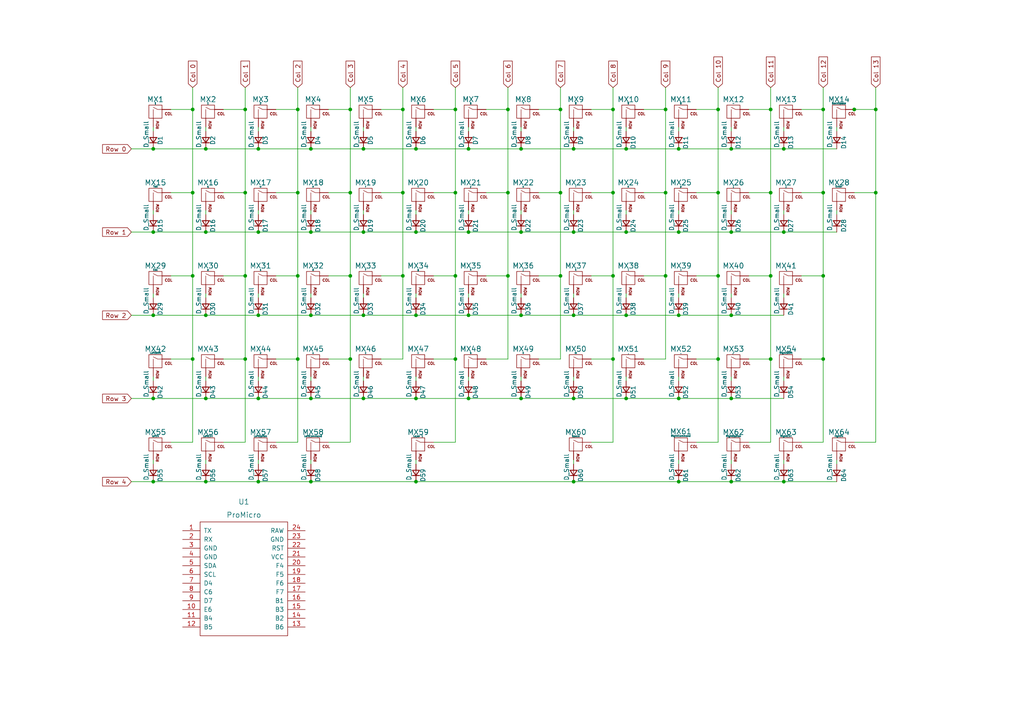
<source format=kicad_sch>
(kicad_sch (version 20211123) (generator eeschema)
  (paper "A4")
  (junction (at 223.52 55.88))
  (junction (at 101.6 104.14))
  (junction (at 105.41 91.44))
  (junction (at 105.41 67.31))
  (junction (at 212.09 139.7))
  (junction (at 208.28 104.14))
  (junction (at 120.65 91.44))
  (junction (at 238.76 55.88))
  (junction (at 101.6 55.88))
  (junction (at 55.88 80.01))
  (junction (at 193.04 55.88))
  (junction (at 147.32 80.01))
  (junction (at 90.17 139.7))
  (junction (at 101.6 80.01))
  (junction (at 90.17 91.44))
  (junction (at 74.93 115.57))
  (junction (at 135.89 43.18))
  (junction (at 238.76 80.01))
  (junction (at 120.65 67.31))
  (junction (at 212.09 43.18))
  (junction (at 132.08 80.01))
  (junction (at 223.52 80.01))
  (junction (at 208.28 80.01))
  (junction (at 147.32 31.75))
  (junction (at 151.13 67.31))
  (junction (at 86.36 31.75))
  (junction (at 86.36 80.01))
  (junction (at 90.17 43.18))
  (junction (at 212.09 91.44))
  (junction (at 120.65 43.18))
  (junction (at 181.61 67.31))
  (junction (at 196.85 91.44))
  (junction (at 196.85 139.7))
  (junction (at 223.52 31.75))
  (junction (at 71.12 80.01))
  (junction (at 59.69 139.7))
  (junction (at 166.37 139.7))
  (junction (at 132.08 104.14))
  (junction (at 193.04 80.01))
  (junction (at 147.32 55.88))
  (junction (at 44.45 139.7))
  (junction (at 44.45 115.57))
  (junction (at 59.69 43.18))
  (junction (at 166.37 67.31))
  (junction (at 116.84 80.01))
  (junction (at 223.52 104.14))
  (junction (at 162.56 80.01))
  (junction (at 116.84 55.88))
  (junction (at 196.85 115.57))
  (junction (at 177.8 31.75))
  (junction (at 74.93 139.7))
  (junction (at 55.88 55.88))
  (junction (at 196.85 67.31))
  (junction (at 116.84 31.75))
  (junction (at 166.37 43.18))
  (junction (at 86.36 104.14))
  (junction (at 151.13 91.44))
  (junction (at 177.8 55.88))
  (junction (at 193.04 31.75))
  (junction (at 105.41 43.18))
  (junction (at 254 31.75))
  (junction (at 105.41 115.57))
  (junction (at 196.85 43.18))
  (junction (at 135.89 67.31))
  (junction (at 120.65 139.7))
  (junction (at 162.56 31.75))
  (junction (at 120.65 115.57))
  (junction (at 59.69 115.57))
  (junction (at 135.89 115.57))
  (junction (at 254 55.88))
  (junction (at 44.45 67.31))
  (junction (at 212.09 67.31))
  (junction (at 166.37 115.57))
  (junction (at 238.76 104.14))
  (junction (at 74.93 67.31))
  (junction (at 227.33 67.31))
  (junction (at 44.45 91.44))
  (junction (at 55.88 31.75))
  (junction (at 181.61 115.57))
  (junction (at 151.13 115.57))
  (junction (at 86.36 55.88))
  (junction (at 132.08 55.88))
  (junction (at 181.61 91.44))
  (junction (at 181.61 43.18))
  (junction (at 71.12 104.14))
  (junction (at 135.89 91.44))
  (junction (at 177.8 104.14))
  (junction (at 162.56 55.88))
  (junction (at 44.45 43.18))
  (junction (at 177.8 80.01))
  (junction (at 59.69 91.44))
  (junction (at 132.08 31.75))
  (junction (at 74.93 91.44))
  (junction (at 227.33 139.7))
  (junction (at 55.88 104.14))
  (junction (at 71.12 55.88))
  (junction (at 90.17 67.31))
  (junction (at 238.76 31.75))
  (junction (at 166.37 91.44))
  (junction (at 227.33 43.18))
  (junction (at 247.777 31.75))
  (junction (at 101.6 31.75))
  (junction (at 208.28 31.75))
  (junction (at 90.17 115.57))
  (junction (at 151.13 43.18))
  (junction (at 71.12 31.75))
  (junction (at 74.93 43.18))
  (junction (at 208.28 55.88))
  (junction (at 59.69 67.31))
  (junction (at 212.09 115.57))
  (wire (pts (xy 116.84 104.14) (xy 110.49 104.14)))
  (wire (pts (xy 38.1 91.44) (xy 44.45 91.44)))
  (wire (pts (xy 44.45 91.44) (xy 59.69 91.44)))
  (wire (pts (xy 44.45 60.96) (xy 44.45 62.23)))
  (wire (pts (xy 177.8 80.01) (xy 177.8 104.14)))
  (wire (pts (xy 151.13 43.18) (xy 166.37 43.18)))
  (wire (pts (xy 120.65 43.18) (xy 135.89 43.18)))
  (wire (pts (xy 196.85 139.7) (xy 212.09 139.7)))
  (wire (pts (xy 151.13 91.44) (xy 166.37 91.44)))
  (wire (pts (xy 212.09 139.7) (xy 227.33 139.7)))
  (wire (pts (xy 90.17 67.31) (xy 105.41 67.31)))
  (wire (pts (xy 151.13 115.57) (xy 166.37 115.57)))
  (wire (pts (xy 120.65 85.09) (xy 120.65 86.36)))
  (wire (pts (xy 193.04 31.75) (xy 193.04 55.88)))
  (wire (pts (xy 101.6 104.14) (xy 95.25 104.14)))
  (wire (pts (xy 208.28 31.75) (xy 201.93 31.75)))
  (wire (pts (xy 247.777 31.75) (xy 247.65 31.75)))
  (wire (pts (xy 196.85 85.09) (xy 196.85 86.36)))
  (wire (pts (xy 132.08 55.88) (xy 132.08 80.01)))
  (wire (pts (xy 120.65 60.96) (xy 120.65 62.23)))
  (wire (pts (xy 90.17 43.18) (xy 105.41 43.18)))
  (wire (pts (xy 196.85 109.22) (xy 196.85 110.49)))
  (wire (pts (xy 212.09 36.83) (xy 212.09 38.1)))
  (wire (pts (xy 147.32 80.01) (xy 147.32 104.14)))
  (wire (pts (xy 71.12 128.27) (xy 64.77 128.27)))
  (wire (pts (xy 120.65 67.31) (xy 135.89 67.31)))
  (wire (pts (xy 38.1 43.18) (xy 44.45 43.18)))
  (wire (pts (xy 162.56 104.14) (xy 156.21 104.14)))
  (wire (pts (xy 196.85 43.18) (xy 212.09 43.18)))
  (wire (pts (xy 90.17 85.09) (xy 90.17 86.36)))
  (wire (pts (xy 212.09 67.31) (xy 227.33 67.31)))
  (wire (pts (xy 86.36 55.88) (xy 80.01 55.88)))
  (wire (pts (xy 116.84 55.88) (xy 110.49 55.88)))
  (wire (pts (xy 59.69 133.35) (xy 59.69 134.62)))
  (wire (pts (xy 196.85 115.57) (xy 212.09 115.57)))
  (wire (pts (xy 208.28 80.01) (xy 201.93 80.01)))
  (wire (pts (xy 44.45 43.18) (xy 59.69 43.18)))
  (wire (pts (xy 116.84 55.88) (xy 116.84 80.01)))
  (wire (pts (xy 90.17 36.83) (xy 90.17 38.1)))
  (wire (pts (xy 71.12 104.14) (xy 64.77 104.14)))
  (wire (pts (xy 101.6 55.88) (xy 95.25 55.88)))
  (wire (pts (xy 238.76 31.75) (xy 232.41 31.75)))
  (wire (pts (xy 227.33 85.09) (xy 227.33 86.36)))
  (wire (pts (xy 254 25.4) (xy 254 31.75)))
  (wire (pts (xy 238.76 25.4) (xy 238.76 31.75)))
  (wire (pts (xy 193.04 31.75) (xy 186.69 31.75)))
  (wire (pts (xy 135.89 91.44) (xy 151.13 91.44)))
  (wire (pts (xy 177.8 104.14) (xy 177.8 128.27)))
  (wire (pts (xy 55.88 55.88) (xy 49.53 55.88)))
  (wire (pts (xy 223.52 80.01) (xy 223.52 104.14)))
  (wire (pts (xy 116.84 31.75) (xy 116.84 55.88)))
  (wire (pts (xy 166.37 36.83) (xy 166.37 38.1)))
  (wire (pts (xy 162.56 31.75) (xy 156.21 31.75)))
  (wire (pts (xy 135.89 85.09) (xy 135.89 86.36)))
  (wire (pts (xy 227.33 133.35) (xy 227.33 134.62)))
  (wire (pts (xy 55.88 80.01) (xy 55.88 104.14)))
  (wire (pts (xy 162.56 31.75) (xy 162.56 55.88)))
  (wire (pts (xy 242.697 36.83) (xy 242.697 38.1)))
  (wire (pts (xy 208.28 55.88) (xy 201.93 55.88)))
  (wire (pts (xy 44.45 133.35) (xy 44.45 134.62)))
  (wire (pts (xy 132.08 80.01) (xy 132.08 104.14)))
  (wire (pts (xy 181.61 109.22) (xy 181.61 110.49)))
  (wire (pts (xy 147.32 80.01) (xy 140.97 80.01)))
  (wire (pts (xy 208.28 25.4) (xy 208.28 31.75)))
  (wire (pts (xy 120.65 91.44) (xy 135.89 91.44)))
  (wire (pts (xy 166.37 67.31) (xy 181.61 67.31)))
  (wire (pts (xy 208.28 128.27) (xy 201.93 128.27)))
  (wire (pts (xy 90.17 133.35) (xy 90.17 134.62)))
  (wire (pts (xy 105.41 115.57) (xy 120.65 115.57)))
  (wire (pts (xy 55.88 128.27) (xy 49.53 128.27)))
  (wire (pts (xy 44.45 109.22) (xy 44.45 110.49)))
  (wire (pts (xy 177.8 104.14) (xy 171.45 104.14)))
  (wire (pts (xy 166.37 139.7) (xy 196.85 139.7)))
  (wire (pts (xy 212.09 109.22) (xy 212.09 110.49)))
  (wire (pts (xy 105.41 91.44) (xy 120.65 91.44)))
  (wire (pts (xy 59.69 115.57) (xy 74.93 115.57)))
  (wire (pts (xy 59.69 36.83) (xy 59.69 38.1)))
  (wire (pts (xy 181.61 67.31) (xy 196.85 67.31)))
  (wire (pts (xy 101.6 31.75) (xy 101.6 55.88)))
  (wire (pts (xy 71.12 31.75) (xy 71.12 55.88)))
  (wire (pts (xy 227.33 67.31) (xy 242.697 67.31)))
  (wire (pts (xy 116.84 25.4) (xy 116.84 31.75)))
  (wire (pts (xy 120.65 109.22) (xy 120.65 110.49)))
  (wire (pts (xy 151.13 67.31) (xy 166.37 67.31)))
  (wire (pts (xy 44.45 115.57) (xy 59.69 115.57)))
  (wire (pts (xy 177.8 25.4) (xy 177.8 31.75)))
  (wire (pts (xy 86.36 128.27) (xy 80.01 128.27)))
  (wire (pts (xy 116.84 80.01) (xy 116.84 104.14)))
  (wire (pts (xy 44.45 139.7) (xy 59.69 139.7)))
  (wire (pts (xy 74.93 43.18) (xy 90.17 43.18)))
  (wire (pts (xy 105.41 43.18) (xy 120.65 43.18)))
  (wire (pts (xy 238.76 104.14) (xy 238.76 128.27)))
  (wire (pts (xy 212.09 115.57) (xy 227.33 115.57)))
  (wire (pts (xy 116.84 31.75) (xy 110.49 31.75)))
  (wire (pts (xy 74.93 91.44) (xy 90.17 91.44)))
  (wire (pts (xy 223.52 55.88) (xy 223.52 80.01)))
  (wire (pts (xy 132.08 128.27) (xy 125.73 128.27)))
  (wire (pts (xy 55.88 55.88) (xy 55.88 80.01)))
  (wire (pts (xy 135.89 36.83) (xy 135.89 38.1)))
  (wire (pts (xy 86.36 31.75) (xy 80.01 31.75)))
  (wire (pts (xy 101.6 25.4) (xy 101.6 31.75)))
  (wire (pts (xy 208.28 80.01) (xy 208.28 104.14)))
  (wire (pts (xy 223.52 80.01) (xy 217.17 80.01)))
  (wire (pts (xy 212.09 43.18) (xy 227.33 43.18)))
  (wire (pts (xy 105.41 67.31) (xy 120.65 67.31)))
  (wire (pts (xy 254 31.75) (xy 247.777 31.75)))
  (wire (pts (xy 59.69 43.18) (xy 74.93 43.18)))
  (wire (pts (xy 120.65 115.57) (xy 135.89 115.57)))
  (wire (pts (xy 59.69 109.22) (xy 59.69 110.49)))
  (wire (pts (xy 238.76 55.88) (xy 232.41 55.88)))
  (wire (pts (xy 59.69 139.7) (xy 74.93 139.7)))
  (wire (pts (xy 227.33 139.7) (xy 242.697 139.7)))
  (wire (pts (xy 38.1 67.31) (xy 44.45 67.31)))
  (wire (pts (xy 86.36 55.88) (xy 86.36 80.01)))
  (wire (pts (xy 55.88 80.01) (xy 49.53 80.01)))
  (wire (pts (xy 44.45 85.09) (xy 44.45 86.36)))
  (wire (pts (xy 196.85 60.96) (xy 196.85 62.23)))
  (wire (pts (xy 101.6 55.88) (xy 101.6 80.01)))
  (wire (pts (xy 181.61 85.09) (xy 181.61 86.36)))
  (wire (pts (xy 223.52 55.88) (xy 217.17 55.88)))
  (wire (pts (xy 151.13 60.96) (xy 151.13 62.23)))
  (wire (pts (xy 105.41 36.83) (xy 105.41 38.1)))
  (wire (pts (xy 74.93 67.31) (xy 90.17 67.31)))
  (wire (pts (xy 71.12 104.14) (xy 71.12 128.27)))
  (wire (pts (xy 71.12 55.88) (xy 64.77 55.88)))
  (wire (pts (xy 132.08 55.88) (xy 125.73 55.88)))
  (wire (pts (xy 254 128.27) (xy 247.777 128.27)))
  (wire (pts (xy 181.61 36.83) (xy 181.61 38.1)))
  (wire (pts (xy 44.45 67.31) (xy 59.69 67.31)))
  (wire (pts (xy 86.36 25.4) (xy 86.36 31.75)))
  (wire (pts (xy 86.36 80.01) (xy 80.01 80.01)))
  (wire (pts (xy 227.33 60.96) (xy 227.33 62.23)))
  (wire (pts (xy 208.28 104.14) (xy 201.93 104.14)))
  (wire (pts (xy 193.04 55.88) (xy 186.69 55.88)))
  (wire (pts (xy 59.69 60.96) (xy 59.69 62.23)))
  (wire (pts (xy 223.52 31.75) (xy 217.17 31.75)))
  (wire (pts (xy 227.33 36.83) (xy 227.33 38.1)))
  (wire (pts (xy 132.08 80.01) (xy 125.73 80.01)))
  (wire (pts (xy 59.69 85.09) (xy 59.69 86.36)))
  (wire (pts (xy 71.12 25.4) (xy 71.12 31.75)))
  (wire (pts (xy 59.69 91.44) (xy 74.93 91.44)))
  (wire (pts (xy 238.76 55.88) (xy 238.76 80.01)))
  (wire (pts (xy 193.04 104.14) (xy 186.69 104.14)))
  (wire (pts (xy 238.76 31.75) (xy 238.76 55.88)))
  (wire (pts (xy 101.6 104.14) (xy 101.6 128.27)))
  (wire (pts (xy 55.88 25.4) (xy 55.88 31.75)))
  (wire (pts (xy 132.08 31.75) (xy 125.73 31.75)))
  (wire (pts (xy 55.88 31.75) (xy 49.53 31.75)))
  (wire (pts (xy 166.37 133.35) (xy 166.37 134.62)))
  (wire (pts (xy 254 31.75) (xy 254 55.88)))
  (wire (pts (xy 227.33 109.22) (xy 227.33 110.49)))
  (wire (pts (xy 196.85 133.35) (xy 196.85 134.62)))
  (wire (pts (xy 132.08 104.14) (xy 125.73 104.14)))
  (wire (pts (xy 86.36 31.75) (xy 86.36 55.88)))
  (wire (pts (xy 223.52 128.27) (xy 217.17 128.27)))
  (wire (pts (xy 247.777 55.88) (xy 254 55.88)))
  (wire (pts (xy 132.08 31.75) (xy 132.08 55.88)))
  (wire (pts (xy 90.17 91.44) (xy 105.41 91.44)))
  (wire (pts (xy 162.56 80.01) (xy 156.21 80.01)))
  (wire (pts (xy 74.93 109.22) (xy 74.93 110.49)))
  (wire (pts (xy 181.61 43.18) (xy 196.85 43.18)))
  (wire (pts (xy 71.12 80.01) (xy 64.77 80.01)))
  (wire (pts (xy 242.697 133.35) (xy 242.697 134.62)))
  (wire (pts (xy 166.37 91.44) (xy 181.61 91.44)))
  (wire (pts (xy 166.37 60.96) (xy 166.37 62.23)))
  (wire (pts (xy 74.93 60.96) (xy 74.93 62.23)))
  (wire (pts (xy 227.33 43.18) (xy 242.697 43.18)))
  (wire (pts (xy 177.8 31.75) (xy 171.45 31.75)))
  (wire (pts (xy 166.37 115.57) (xy 181.61 115.57)))
  (wire (pts (xy 193.04 80.01) (xy 193.04 104.14)))
  (wire (pts (xy 135.89 109.22) (xy 135.89 110.49)))
  (wire (pts (xy 101.6 80.01) (xy 95.25 80.01)))
  (wire (pts (xy 223.52 104.14) (xy 223.52 128.27)))
  (wire (pts (xy 181.61 115.57) (xy 196.85 115.57)))
  (wire (pts (xy 212.09 91.44) (xy 227.33 91.44)))
  (wire (pts (xy 132.08 104.14) (xy 132.08 128.27)))
  (wire (pts (xy 238.76 80.01) (xy 232.41 80.01)))
  (wire (pts (xy 86.36 104.14) (xy 80.01 104.14)))
  (wire (pts (xy 193.04 25.4) (xy 193.04 31.75)))
  (wire (pts (xy 71.12 80.01) (xy 71.12 104.14)))
  (wire (pts (xy 147.32 31.75) (xy 140.97 31.75)))
  (wire (pts (xy 208.28 104.14) (xy 208.28 128.27)))
  (wire (pts (xy 238.76 128.27) (xy 232.41 128.27)))
  (wire (pts (xy 90.17 139.7) (xy 120.65 139.7)))
  (wire (pts (xy 135.89 115.57) (xy 151.13 115.57)))
  (wire (pts (xy 162.56 55.88) (xy 156.21 55.88)))
  (wire (pts (xy 132.08 25.4) (xy 132.08 31.75)))
  (wire (pts (xy 86.36 104.14) (xy 86.36 128.27)))
  (wire (pts (xy 44.45 36.83) (xy 44.45 38.1)))
  (wire (pts (xy 147.32 104.14) (xy 140.97 104.14)))
  (wire (pts (xy 120.65 139.7) (xy 166.37 139.7)))
  (wire (pts (xy 212.09 60.96) (xy 212.09 62.23)))
  (wire (pts (xy 147.32 31.75) (xy 147.32 55.88)))
  (wire (pts (xy 151.13 85.09) (xy 151.13 86.36)))
  (wire (pts (xy 177.8 80.01) (xy 171.45 80.01)))
  (wire (pts (xy 74.93 139.7) (xy 90.17 139.7)))
  (wire (pts (xy 101.6 80.01) (xy 101.6 104.14)))
  (wire (pts (xy 193.04 55.88) (xy 193.04 80.01)))
  (wire (pts (xy 147.32 55.88) (xy 147.32 80.01)))
  (wire (pts (xy 74.93 115.57) (xy 90.17 115.57)))
  (wire (pts (xy 120.65 133.35) (xy 120.65 134.62)))
  (wire (pts (xy 223.52 31.75) (xy 223.52 55.88)))
  (wire (pts (xy 208.28 55.88) (xy 208.28 80.01)))
  (wire (pts (xy 166.37 85.09) (xy 166.37 86.36)))
  (wire (pts (xy 223.52 104.14) (xy 217.17 104.14)))
  (wire (pts (xy 90.17 115.57) (xy 105.41 115.57)))
  (wire (pts (xy 38.1 139.7) (xy 44.45 139.7)))
  (wire (pts (xy 38.1 115.57) (xy 44.45 115.57)))
  (wire (pts (xy 71.12 31.75) (xy 64.77 31.75)))
  (wire (pts (xy 116.84 80.01) (xy 110.49 80.01)))
  (wire (pts (xy 166.37 109.22) (xy 166.37 110.49)))
  (wire (pts (xy 74.93 85.09) (xy 74.93 86.36)))
  (wire (pts (xy 151.13 109.22) (xy 151.13 110.49)))
  (wire (pts (xy 208.28 31.75) (xy 208.28 55.88)))
  (wire (pts (xy 196.85 67.31) (xy 212.09 67.31)))
  (wire (pts (xy 177.8 55.88) (xy 171.45 55.88)))
  (wire (pts (xy 177.8 31.75) (xy 177.8 55.88)))
  (wire (pts (xy 238.76 104.14) (xy 232.41 104.14)))
  (wire (pts (xy 254 55.88) (xy 254 128.27)))
  (wire (pts (xy 90.17 60.96) (xy 90.17 62.23)))
  (wire (pts (xy 120.65 36.83) (xy 120.65 38.1)))
  (wire (pts (xy 193.04 80.01) (xy 186.69 80.01)))
  (wire (pts (xy 105.41 109.22) (xy 105.41 110.49)))
  (wire (pts (xy 212.09 133.35) (xy 212.09 134.62)))
  (wire (pts (xy 162.56 80.01) (xy 162.56 104.14)))
  (wire (pts (xy 162.56 25.4) (xy 162.56 31.75)))
  (wire (pts (xy 74.93 133.35) (xy 74.93 134.62)))
  (wire (pts (xy 135.89 60.96) (xy 135.89 62.23)))
  (wire (pts (xy 86.36 80.01) (xy 86.36 104.14)))
  (wire (pts (xy 105.41 60.96) (xy 105.41 62.23)))
  (wire (pts (xy 196.85 91.44) (xy 212.09 91.44)))
  (wire (pts (xy 166.37 43.18) (xy 181.61 43.18)))
  (wire (pts (xy 238.76 80.01) (xy 238.76 104.14)))
  (wire (pts (xy 147.32 25.4) (xy 147.32 31.75)))
  (wire (pts (xy 177.8 55.88) (xy 177.8 80.01)))
  (wire (pts (xy 151.13 36.83) (xy 151.13 38.1)))
  (wire (pts (xy 74.93 36.83) (xy 74.93 38.1)))
  (wire (pts (xy 242.697 60.96) (xy 242.697 62.23)))
  (wire (pts (xy 55.88 104.14) (xy 55.88 128.27)))
  (wire (pts (xy 196.85 36.83) (xy 196.85 38.1)))
  (wire (pts (xy 101.6 128.27) (xy 95.25 128.27)))
  (wire (pts (xy 105.41 85.09) (xy 105.41 86.36)))
  (wire (pts (xy 212.09 85.09) (xy 212.09 86.36)))
  (wire (pts (xy 55.88 31.75) (xy 55.88 55.88)))
  (wire (pts (xy 181.61 91.44) (xy 196.85 91.44)))
  (wire (pts (xy 147.32 55.88) (xy 140.97 55.88)))
  (wire (pts (xy 55.88 104.14) (xy 49.53 104.14)))
  (wire (pts (xy 181.61 60.96) (xy 181.61 62.23)))
  (wire (pts (xy 90.17 109.22) (xy 90.17 110.49)))
  (wire (pts (xy 135.89 67.31) (xy 151.13 67.31)))
  (wire (pts (xy 162.56 55.88) (xy 162.56 80.01)))
  (wire (pts (xy 71.12 55.88) (xy 71.12 80.01)))
  (wire (pts (xy 135.89 43.18) (xy 151.13 43.18)))
  (wire (pts (xy 59.69 67.31) (xy 74.93 67.31)))
  (wire (pts (xy 223.52 25.4) (xy 223.52 31.75)))
  (wire (pts (xy 177.8 128.27) (xy 171.45 128.27)))
  (wire (pts (xy 101.6 31.75) (xy 95.25 31.75)))
  (global_label "Col 9" (shape input) (at 193.04 25.4 90) (property "Intersheet References" "${INTERSHEET_REFS}" (effects hide)))
  (global_label "Col 13" (shape input) (at 254 25.4 90) (property "Intersheet References" "${INTERSHEET_REFS}" (effects hide)))
  (global_label "Row 3" (shape input) (at 38.1 115.57 180) (property "Intersheet References" "${INTERSHEET_REFS}" (effects hide)))
  (global_label "Col 11" (shape input) (at 223.52 25.4 90) (property "Intersheet References" "${INTERSHEET_REFS}" (effects hide)))
  (global_label "Row 1" (shape input) (at 38.1 67.31 180) (property "Intersheet References" "${INTERSHEET_REFS}" (effects hide)))
  (global_label "Row 0" (shape input) (at 38.1 43.18 180) (property "Intersheet References" "${INTERSHEET_REFS}" (effects hide)))
  (global_label "Col 10" (shape input) (at 208.28 25.4 90) (property "Intersheet References" "${INTERSHEET_REFS}" (effects hide)))
  (global_label "Row 4" (shape input) (at 38.1 139.7 180) (property "Intersheet References" "${INTERSHEET_REFS}" (effects hide)))
  (global_label "Col 4" (shape input) (at 116.84 25.4 90) (property "Intersheet References" "${INTERSHEET_REFS}" (effects hide)))
  (global_label "Col 12" (shape input) (at 238.76 25.4 90) (property "Intersheet References" "${INTERSHEET_REFS}" (effects hide)))
  (global_label "Row 2" (shape input) (at 38.1 91.44 180) (property "Intersheet References" "${INTERSHEET_REFS}" (effects hide)))
  (global_label "Col 8" (shape input) (at 177.8 25.4 90) (property "Intersheet References" "${INTERSHEET_REFS}" (effects hide)))
  (global_label "Col 6" (shape input) (at 147.32 25.4 90) (property "Intersheet References" "${INTERSHEET_REFS}" (effects hide)))
  (global_label "Col 5" (shape input) (at 132.08 25.4 90) (property "Intersheet References" "${INTERSHEET_REFS}" (effects hide)))
  (global_label "Col 7" (shape input) (at 162.56 25.4 90) (property "Intersheet References" "${INTERSHEET_REFS}" (effects hide)))
  (global_label "Col 1" (shape input) (at 71.12 25.4 90) (property "Intersheet References" "${INTERSHEET_REFS}" (effects hide)))
  (global_label "Col 2" (shape input) (at 86.36 25.4 90) (property "Intersheet References" "${INTERSHEET_REFS}" (effects hide)))
  (global_label "Col 0" (shape input) (at 55.88 25.4 90) (property "Intersheet References" "${INTERSHEET_REFS}" (effects hide)))
  (global_label "Col 3" (shape input) (at 101.6 25.4 90) (property "Intersheet References" "${INTERSHEET_REFS}" (effects hide)))
  (symbol (lib_id "promicro:ProMicro") (at 70.739 172.974 0) (unit 1)
    (property "Reference" "U1" (at 70.739 145.542 0) (effects (font (size 1.524 1.524))))
    (property "Value" "ProMicro" (at 70.739 149.352 0) (effects (font (size 1.524 1.524))))
    (property "Footprint" "promicro:ProMicro" (effects hide))
  )
  (symbol (lib_id "Device:D_Small") (at 196.85 88.9 90) (unit 1)
    (property "Reference" "D39" (at 198.882 87.63 0) (effects (justify right)))
    (property "Value" "D_Small" (at 194.818 83.312 0) (effects (justify right)))
    (property "Footprint" "Diode_SMD:D_SOD-123" (effects hide))
  )
  (symbol (lib_id "MX_Alps_Hybrid:MX-NoLED") (at 228.6 105.41 0) (unit 1)
    (property "Reference" "MX54" (at 227.965 101.219 0) (effects (font (size 1.524 1.524))))
    (property "Value" "RightShift" (at 227.965 102.362 0) (effects (font (size 0.508 0.508))))
    (property "Footprint" "MX_Only:MXOnly-2.75U-NoLED" (effects hide))
  )
  (symbol (lib_id "MX_Alps_Hybrid:MX-NoLED") (at 91.44 129.54 0) (unit 1)
    (property "Reference" "MX58" (at 90.805 125.349 0) (effects (font (size 1.524 1.524))))
    (property "Value" "LeftCommand" (at 90.805 126.492 0) (effects (font (size 0.508 0.508))))
    (property "Footprint" "MX_Only:MXOnly-1.25U-NoLED" (effects hide))
  )
  (symbol (lib_id "Device:D_Small") (at 44.45 88.9 90) (unit 1)
    (property "Reference" "D29" (at 46.482 87.63 0) (effects (justify right)))
    (property "Value" "D_Small" (at 42.418 83.312 0) (effects (justify right)))
    (property "Footprint" "Diode_SMD:D_SOD-123" (effects hide))
  )
  (symbol (lib_id "MX_Alps_Hybrid:MX-NoLED") (at 167.64 129.54 0) (unit 1)
    (property "Reference" "MX60" (at 167.005 125.349 0) (effects (font (size 1.524 1.524))))
    (property "Value" "Space" (at 167.005 126.492 0) (effects (font (size 0.508 0.508))))
    (property "Footprint" "MX_Only:MXOnly-2.75U-NoLED" (effects hide))
  )
  (symbol (lib_id "MX_Alps_Hybrid:MX-NoLED") (at 228.6 57.15 0) (unit 1)
    (property "Reference" "MX27" (at 227.965 52.959 0) (effects (font (size 1.524 1.524))))
    (property "Value" "]" (at 227.965 54.102 0) (effects (font (size 0.508 0.508))))
    (property "Footprint" "Button_Switch_Keyboard:SW_Cherry_MX_1.00u_PCB" (effects hide))
  )
  (symbol (lib_id "MX_Alps_Hybrid:MX-NoLED") (at 60.96 81.28 0) (unit 1)
    (property "Reference" "MX30" (at 60.325 77.089 0) (effects (font (size 1.524 1.524))))
    (property "Value" "a" (at 60.325 78.232 0) (effects (font (size 0.508 0.508))))
    (property "Footprint" "Button_Switch_Keyboard:SW_Cherry_MX_1.00u_PCB" (effects hide))
  )
  (symbol (lib_id "MX_Alps_Hybrid:MX-NoLED") (at 76.2 81.28 0) (unit 1)
    (property "Reference" "MX31" (at 75.565 77.089 0) (effects (font (size 1.524 1.524))))
    (property "Value" "s" (at 75.565 78.232 0) (effects (font (size 0.508 0.508))))
    (property "Footprint" "Button_Switch_Keyboard:SW_Cherry_MX_1.00u_PCB" (effects hide))
  )
  (symbol (lib_id "MX_Alps_Hybrid:MX-NoLED") (at 106.68 57.15 0) (unit 1)
    (property "Reference" "MX19" (at 106.045 52.959 0) (effects (font (size 1.524 1.524))))
    (property "Value" "r" (at 106.045 54.102 0) (effects (font (size 0.508 0.508))))
    (property "Footprint" "Button_Switch_Keyboard:SW_Cherry_MX_1.00u_PCB" (effects hide))
  )
  (symbol (lib_id "MX_Alps_Hybrid:MX-NoLED") (at 91.44 57.15 0) (unit 1)
    (property "Reference" "MX18" (at 90.805 52.959 0) (effects (font (size 1.524 1.524))))
    (property "Value" "e" (at 90.805 54.102 0) (effects (font (size 0.508 0.508))))
    (property "Footprint" "Button_Switch_Keyboard:SW_Cherry_MX_1.00u_PCB" (effects hide))
  )
  (symbol (lib_id "Device:D_Small") (at 181.61 113.03 90) (unit 1)
    (property "Reference" "D51" (at 183.642 111.76 0) (effects (justify right)))
    (property "Value" "D_Small" (at 179.578 107.442 0) (effects (justify right)))
    (property "Footprint" "Diode_SMD:D_SOD-123" (effects hide))
  )
  (symbol (lib_id "Device:D_Small") (at 196.85 137.16 90) (unit 1)
    (property "Reference" "D61" (at 198.882 135.89 0) (effects (justify right)))
    (property "Value" "D_Small" (at 194.818 131.572 0) (effects (justify right)))
    (property "Footprint" "Diode_SMD:D_SOD-123" (effects hide))
  )
  (symbol (lib_id "Device:D_Small") (at 74.93 40.64 90) (unit 1)
    (property "Reference" "D3" (at 76.962 39.37 0) (effects (justify right)))
    (property "Value" "D_Small" (at 72.898 35.052 0) (effects (justify right)))
    (property "Footprint" "Diode_SMD:D_SOD-123" (effects hide))
  )
  (symbol (lib_id "Device:D_Small") (at 166.37 40.64 90) (unit 1)
    (property "Reference" "D9" (at 168.402 39.37 0) (effects (justify right)))
    (property "Value" "D_Small" (at 164.338 35.052 0) (effects (justify right)))
    (property "Footprint" "Diode_SMD:D_SOD-123" (effects hide))
  )
  (symbol (lib_id "Device:D_Small") (at 74.93 137.16 90) (unit 1)
    (property "Reference" "D57" (at 76.962 135.89 0) (effects (justify right)))
    (property "Value" "D_Small" (at 72.898 131.572 0) (effects (justify right)))
    (property "Footprint" "Diode_SMD:D_SOD-123" (effects hide))
  )
  (symbol (lib_id "MX_Alps_Hybrid:MX-NoLED") (at 91.44 33.02 0) (unit 1)
    (property "Reference" "MX4" (at 90.805 28.829 0) (effects (font (size 1.524 1.524))))
    (property "Value" "3" (at 90.805 29.972 0) (effects (font (size 0.508 0.508))))
    (property "Footprint" "Button_Switch_Keyboard:SW_Cherry_MX_1.00u_PCB" (effects hide))
  )
  (symbol (lib_id "Device:D_Small") (at 166.37 137.16 90) (unit 1)
    (property "Reference" "D60" (at 168.402 135.89 0) (effects (justify right)))
    (property "Value" "D_Small" (at 164.338 131.572 0) (effects (justify right)))
    (property "Footprint" "Diode_SMD:D_SOD-123" (effects hide))
  )
  (symbol (lib_id "MX_Alps_Hybrid:MX-NoLED") (at 182.88 81.28 0) (unit 1)
    (property "Reference" "MX38" (at 182.245 77.089 0) (effects (font (size 1.524 1.524))))
    (property "Value" "l" (at 182.245 78.232 0) (effects (font (size 0.508 0.508))))
    (property "Footprint" "Button_Switch_Keyboard:SW_Cherry_MX_1.00u_PCB" (effects hide))
  )
  (symbol (lib_id "MX_Alps_Hybrid:MX-NoLED") (at 121.92 105.41 0) (unit 1)
    (property "Reference" "MX47" (at 121.285 101.219 0) (effects (font (size 1.524 1.524))))
    (property "Value" "v" (at 121.285 102.362 0) (effects (font (size 0.508 0.508))))
    (property "Footprint" "Button_Switch_Keyboard:SW_Cherry_MX_1.00u_PCB" (effects hide))
  )
  (symbol (lib_id "MX_Alps_Hybrid:MX-NoLED") (at 106.68 105.41 0) (unit 1)
    (property "Reference" "MX46" (at 106.045 101.219 0) (effects (font (size 1.524 1.524))))
    (property "Value" "c" (at 106.045 102.362 0) (effects (font (size 0.508 0.508))))
    (property "Footprint" "Button_Switch_Keyboard:SW_Cherry_MX_1.00u_PCB" (effects hide))
  )
  (symbol (lib_id "Device:D_Small") (at 166.37 64.77 90) (unit 1)
    (property "Reference" "D23" (at 168.402 63.5 0) (effects (justify right)))
    (property "Value" "D_Small" (at 164.338 59.182 0) (effects (justify right)))
    (property "Footprint" "Diode_SMD:D_SOD-123" (effects hide))
  )
  (symbol (lib_id "Device:D_Small") (at 151.13 88.9 90) (unit 1)
    (property "Reference" "D36" (at 153.162 87.63 0) (effects (justify right)))
    (property "Value" "D_Small" (at 149.098 83.312 0) (effects (justify right)))
    (property "Footprint" "Diode_SMD:D_SOD-123" (effects hide))
  )
  (symbol (lib_id "Device:D_Small") (at 90.17 88.9 90) (unit 1)
    (property "Reference" "D32" (at 92.202 87.63 0) (effects (justify right)))
    (property "Value" "D_Small" (at 88.138 83.312 0) (effects (justify right)))
    (property "Footprint" "Diode_SMD:D_SOD-123" (effects hide))
  )
  (symbol (lib_id "MX_Alps_Hybrid:MX-NoLED") (at 213.36 81.28 0) (unit 1)
    (property "Reference" "MX40" (at 212.725 77.089 0) (effects (font (size 1.524 1.524))))
    (property "Value" "'" (at 212.725 78.232 0) (effects (font (size 0.508 0.508))))
    (property "Footprint" "Button_Switch_Keyboard:SW_Cherry_MX_1.00u_PCB" (effects hide))
  )
  (symbol (lib_id "MX_Alps_Hybrid:MX-NoLED") (at 45.72 105.41 0) (unit 1)
    (property "Reference" "MX42" (at 45.085 101.219 0) (effects (font (size 1.524 1.524))))
    (property "Value" "LeftShift" (at 45.085 102.362 0) (effects (font (size 0.508 0.508))))
    (property "Footprint" "MX_Only:MXOnly-1.25U-NoLED" (effects hide))
  )
  (symbol (lib_id "MX_Alps_Hybrid:MX-NoLED") (at 121.92 81.28 0) (unit 1)
    (property "Reference" "MX34" (at 121.285 77.089 0) (effects (font (size 1.524 1.524))))
    (property "Value" "g" (at 121.285 78.232 0) (effects (font (size 0.508 0.508))))
    (property "Footprint" "Button_Switch_Keyboard:SW_Cherry_MX_1.00u_PCB" (effects hide))
  )
  (symbol (lib_id "MX_Alps_Hybrid:MX-NoLED") (at 45.72 33.02 0) (unit 1)
    (property "Reference" "MX1" (at 45.085 28.829 0) (effects (font (size 1.524 1.524))))
    (property "Value" "§" (at 45.085 29.972 0) (effects (font (size 0.508 0.508))))
    (property "Footprint" "Button_Switch_Keyboard:SW_Cherry_MX_1.00u_PCB" (effects hide))
  )
  (symbol (lib_id "Device:D_Small") (at 196.85 64.77 90) (unit 1)
    (property "Reference" "D25" (at 198.882 63.5 0) (effects (justify right)))
    (property "Value" "D_Small" (at 194.818 59.182 0) (effects (justify right)))
    (property "Footprint" "Diode_SMD:D_SOD-123" (effects hide))
  )
  (symbol (lib_id "Device:D_Small") (at 181.61 40.64 90) (unit 1)
    (property "Reference" "D10" (at 183.642 39.37 0) (effects (justify right)))
    (property "Value" "D_Small" (at 179.578 35.052 0) (effects (justify right)))
    (property "Footprint" "Diode_SMD:D_SOD-123" (effects hide))
  )
  (symbol (lib_id "Device:D_Small") (at 181.61 88.9 90) (unit 1)
    (property "Reference" "D38" (at 183.642 87.63 0) (effects (justify right)))
    (property "Value" "D_Small" (at 179.578 83.312 0) (effects (justify right)))
    (property "Footprint" "Diode_SMD:D_SOD-123" (effects hide))
  )
  (symbol (lib_id "Device:D_Small") (at 44.45 40.64 90) (unit 1)
    (property "Reference" "D1" (at 46.482 39.37 0) (effects (justify right)))
    (property "Value" "D_Small" (at 42.418 35.052 0) (effects (justify right)))
    (property "Footprint" "Diode_SMD:D_SOD-123" (effects hide))
  )
  (symbol (lib_id "MX_Alps_Hybrid:MX-NoLED") (at 121.92 129.54 0) (unit 1)
    (property "Reference" "MX59" (at 121.285 125.349 0) (effects (font (size 1.524 1.524))))
    (property "Value" "Layer 1" (at 121.285 126.492 0) (effects (font (size 0.508 0.508))))
    (property "Footprint" "MX_Only:MXOnly-2.75U-NoLED" (effects hide))
  )
  (symbol (lib_id "MX_Alps_Hybrid:MX-NoLED") (at 60.96 57.15 0) (unit 1)
    (property "Reference" "MX16" (at 60.325 52.959 0) (effects (font (size 1.524 1.524))))
    (property "Value" "q" (at 60.325 54.102 0) (effects (font (size 0.508 0.508))))
    (property "Footprint" "Button_Switch_Keyboard:SW_Cherry_MX_1.00u_PCB" (effects hide))
  )
  (symbol (lib_id "Device:D_Small") (at 212.09 113.03 90) (unit 1)
    (property "Reference" "D53" (at 214.122 111.76 0) (effects (justify right)))
    (property "Value" "D_Small" (at 210.058 107.442 0) (effects (justify right)))
    (property "Footprint" "Diode_SMD:D_SOD-123" (effects hide))
  )
  (symbol (lib_id "Device:D_Small") (at 212.09 137.16 90) (unit 1)
    (property "Reference" "D62" (at 214.122 135.89 0) (effects (justify right)))
    (property "Value" "D_Small" (at 210.058 131.572 0) (effects (justify right)))
    (property "Footprint" "Diode_SMD:D_SOD-123" (effects hide))
  )
  (symbol (lib_id "Device:D_Small") (at 105.41 88.9 90) (unit 1)
    (property "Reference" "D33" (at 107.442 87.63 0) (effects (justify right)))
    (property "Value" "D_Small" (at 103.378 83.312 0) (effects (justify right)))
    (property "Footprint" "Diode_SMD:D_SOD-123" (effects hide))
  )
  (symbol (lib_id "MX_Alps_Hybrid:MX-NoLED") (at 45.72 57.15 0) (unit 1)
    (property "Reference" "MX15" (at 45.085 52.959 0) (effects (font (size 1.524 1.524))))
    (property "Value" "Tab" (at 45.085 54.102 0) (effects (font (size 0.508 0.508))))
    (property "Footprint" "Button_Switch_Keyboard:SW_Cherry_MX_1.50u_PCB" (effects hide))
  )
  (symbol (lib_id "Device:D_Small") (at 242.697 64.77 90) (unit 1)
    (property "Reference" "D28" (at 244.729 63.5 0) (effects (justify right)))
    (property "Value" "D_Small" (at 240.665 59.182 0) (effects (justify right)))
    (property "Footprint" "Diode_SMD:D_SOD-123" (effects hide))
  )
  (symbol (lib_id "Device:D_Small") (at 227.33 113.03 90) (unit 1)
    (property "Reference" "D54" (at 229.362 111.76 0) (effects (justify right)))
    (property "Value" "D_Small" (at 225.298 107.442 0) (effects (justify right)))
    (property "Footprint" "Diode_SMD:D_SOD-123" (effects hide))
  )
  (symbol (lib_id "MX_Alps_Hybrid:MX-NoLED") (at 213.36 57.15 0) (unit 1)
    (property "Reference" "MX26" (at 212.725 52.959 0) (effects (font (size 1.524 1.524))))
    (property "Value" "[" (at 212.725 54.102 0) (effects (font (size 0.508 0.508))))
    (property "Footprint" "Button_Switch_Keyboard:SW_Cherry_MX_1.00u_PCB" (effects hide))
  )
  (symbol (lib_id "Device:D_Small") (at 212.09 64.77 90) (unit 1)
    (property "Reference" "D26" (at 214.122 63.5 0) (effects (justify right)))
    (property "Value" "D_Small" (at 210.058 59.182 0) (effects (justify right)))
    (property "Footprint" "Diode_SMD:D_SOD-123" (effects hide))
  )
  (symbol (lib_id "Device:D_Small") (at 105.41 113.03 90) (unit 1)
    (property "Reference" "D46" (at 107.442 111.76 0) (effects (justify right)))
    (property "Value" "D_Small" (at 103.378 107.442 0) (effects (justify right)))
    (property "Footprint" "Diode_SMD:D_SOD-123" (effects hide))
  )
  (symbol (lib_id "Device:D_Small") (at 227.33 88.9 90) (unit 1)
    (property "Reference" "D41" (at 229.362 87.63 0) (effects (justify right)))
    (property "Value" "D_Small" (at 225.298 83.312 0) (effects (justify right)))
    (property "Footprint" "Diode_SMD:D_SOD-123" (effects hide))
  )
  (symbol (lib_id "MX_Alps_Hybrid:MX-NoLED") (at 152.4 57.15 0) (unit 1)
    (property "Reference" "MX22" (at 151.765 52.959 0) (effects (font (size 1.524 1.524))))
    (property "Value" "u" (at 151.765 54.102 0) (effects (font (size 0.508 0.508))))
    (property "Footprint" "Button_Switch_Keyboard:SW_Cherry_MX_1.00u_PCB" (effects hide))
  )
  (symbol (lib_id "Device:D_Small") (at 74.93 113.03 90) (unit 1)
    (property "Reference" "D44" (at 76.962 111.76 0) (effects (justify right)))
    (property "Value" "D_Small" (at 72.898 107.442 0) (effects (justify right)))
    (property "Footprint" "Diode_SMD:D_SOD-123" (effects hide))
  )
  (symbol (lib_id "Device:D_Small") (at 151.13 40.64 90) (unit 1)
    (property "Reference" "D8" (at 153.162 39.37 0) (effects (justify right)))
    (property "Value" "D_Small" (at 149.098 35.052 0) (effects (justify right)))
    (property "Footprint" "Diode_SMD:D_SOD-123" (effects hide))
  )
  (symbol (lib_id "Device:D_Small") (at 74.93 64.77 90) (unit 1)
    (property "Reference" "D17" (at 76.962 63.5 0) (effects (justify right)))
    (property "Value" "D_Small" (at 72.898 59.182 0) (effects (justify right)))
    (property "Footprint" "Diode_SMD:D_SOD-123" (effects hide))
  )
  (symbol (lib_id "Device:D_Small") (at 59.69 64.77 90) (unit 1)
    (property "Reference" "D16" (at 61.722 63.5 0) (effects (justify right)))
    (property "Value" "D_Small" (at 57.658 59.182 0) (effects (justify right)))
    (property "Footprint" "Diode_SMD:D_SOD-123" (effects hide))
  )
  (symbol (lib_id "Device:D_Small") (at 196.85 40.64 90) (unit 1)
    (property "Reference" "D11" (at 198.882 39.37 0) (effects (justify right)))
    (property "Value" "D_Small" (at 194.818 35.052 0) (effects (justify right)))
    (property "Footprint" "Diode_SMD:D_SOD-123" (effects hide))
  )
  (symbol (lib_id "Device:D_Small") (at 181.61 64.77 90) (unit 1)
    (property "Reference" "D24" (at 183.642 63.5 0) (effects (justify right)))
    (property "Value" "D_Small" (at 179.578 59.182 0) (effects (justify right)))
    (property "Footprint" "Diode_SMD:D_SOD-123" (effects hide))
  )
  (symbol (lib_id "MX_Alps_Hybrid:MX-NoLED") (at 167.64 81.28 0) (unit 1)
    (property "Reference" "MX37" (at 167.005 77.089 0) (effects (font (size 1.524 1.524))))
    (property "Value" "k" (at 167.005 78.232 0) (effects (font (size 0.508 0.508))))
    (property "Footprint" "Button_Switch_Keyboard:SW_Cherry_MX_1.00u_PCB" (effects hide))
  )
  (symbol (lib_id "MX_Alps_Hybrid:MX-NoLED") (at 213.36 33.02 0) (unit 1)
    (property "Reference" "MX12" (at 212.725 28.829 0) (effects (font (size 1.524 1.524))))
    (property "Value" "-" (at 212.725 29.972 0) (effects (font (size 0.508 0.508))))
    (property "Footprint" "Button_Switch_Keyboard:SW_Cherry_MX_1.00u_PCB" (effects hide))
  )
  (symbol (lib_id "MX_Alps_Hybrid:MX-NoLED") (at 76.2 129.54 0) (unit 1)
    (property "Reference" "MX57" (at 75.565 125.349 0) (effects (font (size 1.524 1.524))))
    (property "Value" "LeftOption" (at 75.565 126.492 0) (effects (font (size 0.508 0.508))))
    (property "Footprint" "MX_Only:MXOnly-1.25U-NoLED" (effects hide))
  )
  (symbol (lib_id "MX_Alps_Hybrid:MX-NoLED") (at 167.64 57.15 0) (unit 1)
    (property "Reference" "MX23" (at 167.005 52.959 0) (effects (font (size 1.524 1.524))))
    (property "Value" "i" (at 167.005 54.102 0) (effects (font (size 0.508 0.508))))
    (property "Footprint" "Button_Switch_Keyboard:SW_Cherry_MX_1.00u_PCB" (effects hide))
  )
  (symbol (lib_id "MX_Alps_Hybrid:MX-NoLED") (at 243.967 129.54 0) (unit 1)
    (property "Reference" "MX64" (at 243.332 125.349 0) (effects (font (size 1.524 1.524))))
    (property "Value" "rightfn" (at 243.332 126.492 0) (effects (font (size 0.508 0.508))))
    (property "Footprint" "MX_Only:MXOnly-1U-NoLED" (effects hide))
  )
  (symbol (lib_id "Device:D_Small") (at 227.33 137.16 90) (unit 1)
    (property "Reference" "D63" (at 229.362 135.89 0) (effects (justify right)))
    (property "Value" "D_Small" (at 225.298 131.572 0) (effects (justify right)))
    (property "Footprint" "Diode_SMD:D_SOD-123" (effects hide))
  )
  (symbol (lib_id "MX_Alps_Hybrid:MX-NoLED") (at 198.12 129.54 0) (unit 1)
    (property "Reference" "MX61" (at 197.4596 125.1712 0) (effects (font (size 1.524 1.524))))
    (property "Value" "RightCommand" (at 197.4596 126.4412 0) (effects (font (size 0.508 0.508))))
    (property "Footprint" "MX_Only:MXOnly-1.25U-NoLED" (effects hide))
  )
  (symbol (lib_id "Device:D_Small") (at 135.89 88.9 90) (unit 1)
    (property "Reference" "D35" (at 137.922 87.63 0) (effects (justify right)))
    (property "Value" "D_Small" (at 133.858 83.312 0) (effects (justify right)))
    (property "Footprint" "Diode_SMD:D_SOD-123" (effects hide))
  )
  (symbol (lib_id "Device:D_Small") (at 135.89 113.03 90) (unit 1)
    (property "Reference" "D48" (at 137.922 111.76 0) (effects (justify right)))
    (property "Value" "D_Small" (at 133.858 107.442 0) (effects (justify right)))
    (property "Footprint" "Diode_SMD:D_SOD-123" (effects hide))
  )
  (symbol (lib_id "Device:D_Small") (at 120.65 137.16 90) (unit 1)
    (property "Reference" "D59" (at 122.682 135.89 0) (effects (justify right)))
    (property "Value" "D_Small" (at 118.618 131.572 0) (effects (justify right)))
    (property "Footprint" "Diode_SMD:D_SOD-123" (effects hide))
  )
  (symbol (lib_id "MX_Alps_Hybrid:MX-NoLED") (at 76.2 33.02 0) (unit 1)
    (property "Reference" "MX3" (at 75.565 28.829 0) (effects (font (size 1.524 1.524))))
    (property "Value" "2" (at 75.565 29.972 0) (effects (font (size 0.508 0.508))))
    (property "Footprint" "Button_Switch_Keyboard:SW_Cherry_MX_1.00u_PCB" (effects hide))
  )
  (symbol (lib_id "Device:D_Small") (at 59.69 40.64 90) (unit 1)
    (property "Reference" "D2" (at 61.722 39.37 0) (effects (justify right)))
    (property "Value" "D_Small" (at 57.658 35.052 0) (effects (justify right)))
    (property "Footprint" "Diode_SMD:D_SOD-123" (effects hide))
  )
  (symbol (lib_id "Device:D_Small") (at 120.65 88.9 90) (unit 1)
    (property "Reference" "D34" (at 122.682 87.63 0) (effects (justify right)))
    (property "Value" "D_Small" (at 118.618 83.312 0) (effects (justify right)))
    (property "Footprint" "Diode_SMD:D_SOD-123" (effects hide))
  )
  (symbol (lib_id "MX_Alps_Hybrid:MX-NoLED") (at 45.72 129.54 0) (unit 1)
    (property "Reference" "MX55" (at 45.085 125.349 0) (effects (font (size 1.524 1.524))))
    (property "Value" "leftfn" (at 45.085 126.492 0) (effects (font (size 0.508 0.508))))
    (property "Footprint" "MX_Only:MXOnly-1U-NoLED" (effects hide))
  )
  (symbol (lib_id "Device:D_Small") (at 59.69 137.16 90) (unit 1)
    (property "Reference" "D56" (at 61.722 135.89 0) (effects (justify right)))
    (property "Value" "D_Small" (at 57.658 131.572 0) (effects (justify right)))
    (property "Footprint" "Diode_SMD:D_SOD-123" (effects hide))
  )
  (symbol (lib_id "MX_Alps_Hybrid:MX-NoLED") (at 106.68 81.28 0) (unit 1)
    (property "Reference" "MX33" (at 106.045 77.089 0) (effects (font (size 1.524 1.524))))
    (property "Value" "f" (at 106.045 78.232 0) (effects (font (size 0.508 0.508))))
    (property "Footprint" "Button_Switch_Keyboard:SW_Cherry_MX_1.00u_PCB" (effects hide))
  )
  (symbol (lib_id "MX_Alps_Hybrid:MX-NoLED") (at 243.967 57.15 0) (unit 1)
    (property "Reference" "MX28" (at 243.332 52.959 0) (effects (font (size 1.524 1.524))))
    (property "Value" "Enter" (at 243.332 54.102 0) (effects (font (size 0.508 0.508))))
    (property "Footprint" "Button_Switch_Keyboard:SW_Cherry_MX_ISOEnter_PCB" (effects hide))
  )
  (symbol (lib_id "MX_Alps_Hybrid:MX-NoLED") (at 121.92 57.15 0) (unit 1)
    (property "Reference" "MX20" (at 121.285 52.959 0) (effects (font (size 1.524 1.524))))
    (property "Value" "t" (at 121.285 54.102 0) (effects (font (size 0.508 0.508))))
    (property "Footprint" "Button_Switch_Keyboard:SW_Cherry_MX_1.00u_PCB" (effects hide))
  )
  (symbol (lib_id "Device:D_Small") (at 212.09 40.64 90) (unit 1)
    (property "Reference" "D12" (at 214.122 39.37 0) (effects (justify right)))
    (property "Value" "D_Small" (at 210.058 35.052 0) (effects (justify right)))
    (property "Footprint" "Diode_SMD:D_SOD-123" (effects hide))
  )
  (symbol (lib_id "MX_Alps_Hybrid:MX-NoLED") (at 60.96 105.41 0) (unit 1)
    (property "Reference" "MX43" (at 60.325 101.219 0) (effects (font (size 1.524 1.524))))
    (property "Value" "`" (at 60.325 102.362 0) (effects (font (size 0.508 0.508))))
    (property "Footprint" "Button_Switch_Keyboard:SW_Cherry_MX_1.00u_PCB" (effects hide))
  )
  (symbol (lib_id "Device:D_Small") (at 90.17 64.77 90) (unit 1)
    (property "Reference" "D18" (at 92.202 63.5 0) (effects (justify right)))
    (property "Value" "D_Small" (at 88.138 59.182 0) (effects (justify right)))
    (property "Footprint" "Diode_SMD:D_SOD-123" (effects hide))
  )
  (symbol (lib_id "MX_Alps_Hybrid:MX-NoLED") (at 243.967 33.02 0) (unit 1)
    (property "Reference" "MX14" (at 243.332 28.829 0) (effects (font (size 1.524 1.524))))
    (property "Value" "BackSpace" (at 243.332 29.972 0) (effects (font (size 0.508 0.508))))
    (property "Footprint" "Button_Switch_Keyboard:SW_Cherry_MX_2.00u_PCB" (effects hide))
  )
  (symbol (lib_id "MX_Alps_Hybrid:MX-NoLED") (at 76.2 57.15 0) (unit 1)
    (property "Reference" "MX17" (at 75.565 52.959 0) (effects (font (size 1.524 1.524))))
    (property "Value" "w" (at 75.565 54.102 0) (effects (font (size 0.508 0.508))))
    (property "Footprint" "Button_Switch_Keyboard:SW_Cherry_MX_1.00u_PCB" (effects hide))
  )
  (symbol (lib_id "Device:D_Small") (at 59.69 113.03 90) (unit 1)
    (property "Reference" "D43" (at 61.722 111.76 0) (effects (justify right)))
    (property "Value" "D_Small" (at 57.658 107.442 0) (effects (justify right)))
    (property "Footprint" "Diode_SMD:D_SOD-123" (effects hide))
  )
  (symbol (lib_id "MX_Alps_Hybrid:MX-NoLED") (at 182.88 105.41 0) (unit 1)
    (property "Reference" "MX51" (at 182.245 101.219 0) (effects (font (size 1.524 1.524))))
    (property "Value" "," (at 182.245 102.362 0) (effects (font (size 0.508 0.508))))
    (property "Footprint" "Button_Switch_Keyboard:SW_Cherry_MX_1.00u_PCB" (effects hide))
  )
  (symbol (lib_id "MX_Alps_Hybrid:MX-NoLED") (at 60.96 33.02 0) (unit 1)
    (property "Reference" "MX2" (at 60.325 28.829 0) (effects (font (size 1.524 1.524))))
    (property "Value" "1" (at 60.325 29.972 0) (effects (font (size 0.508 0.508))))
    (property "Footprint" "Button_Switch_Keyboard:SW_Cherry_MX_1.00u_PCB" (effects hide))
  )
  (symbol (lib_id "MX_Alps_Hybrid:MX-NoLED") (at 167.64 33.02 0) (unit 1)
    (property "Reference" "MX9" (at 167.005 28.829 0) (effects (font (size 1.524 1.524))))
    (property "Value" "8" (at 167.005 29.972 0) (effects (font (size 0.508 0.508))))
    (property "Footprint" "Button_Switch_Keyboard:SW_Cherry_MX_1.00u_PCB" (effects hide))
  )
  (symbol (lib_id "MX_Alps_Hybrid:MX-NoLED") (at 228.6 33.02 0) (unit 1)
    (property "Reference" "MX13" (at 227.965 28.829 0) (effects (font (size 1.524 1.524))))
    (property "Value" "=" (at 227.965 29.972 0) (effects (font (size 0.508 0.508))))
    (property "Footprint" "Button_Switch_Keyboard:SW_Cherry_MX_1.00u_PCB" (effects hide))
  )
  (symbol (lib_id "MX_Alps_Hybrid:MX-NoLED") (at 182.88 33.02 0) (unit 1)
    (property "Reference" "MX10" (at 182.245 28.829 0) (effects (font (size 1.524 1.524))))
    (property "Value" "9" (at 182.245 29.972 0) (effects (font (size 0.508 0.508))))
    (property "Footprint" "Button_Switch_Keyboard:SW_Cherry_MX_1.00u_PCB" (effects hide))
  )
  (symbol (lib_id "MX_Alps_Hybrid:MX-NoLED") (at 213.36 105.41 0) (unit 1)
    (property "Reference" "MX53" (at 212.725 101.219 0) (effects (font (size 1.524 1.524))))
    (property "Value" "/" (at 212.725 102.362 0) (effects (font (size 0.508 0.508))))
    (property "Footprint" "Button_Switch_Keyboard:SW_Cherry_MX_1.00u_PCB" (effects hide))
  )
  (symbol (lib_id "Device:D_Small") (at 166.37 113.03 90) (unit 1)
    (property "Reference" "D50" (at 168.402 111.76 0) (effects (justify right)))
    (property "Value" "D_Small" (at 164.338 107.442 0) (effects (justify right)))
    (property "Footprint" "Diode_SMD:D_SOD-123" (effects hide))
  )
  (symbol (lib_id "MX_Alps_Hybrid:MX-NoLED") (at 152.4 81.28 0) (unit 1)
    (property "Reference" "MX36" (at 151.765 77.089 0) (effects (font (size 1.524 1.524))))
    (property "Value" "j" (at 151.765 78.232 0) (effects (font (size 0.508 0.508))))
    (property "Footprint" "Button_Switch_Keyboard:SW_Cherry_MX_1.00u_PCB" (effects hide))
  )
  (symbol (lib_id "MX_Alps_Hybrid:MX-NoLED") (at 137.16 81.28 0) (unit 1)
    (property "Reference" "MX35" (at 136.525 77.089 0) (effects (font (size 1.524 1.524))))
    (property "Value" "h" (at 136.525 78.232 0) (effects (font (size 0.508 0.508))))
    (property "Footprint" "Button_Switch_Keyboard:SW_Cherry_MX_1.00u_PCB" (effects hide))
  )
  (symbol (lib_id "MX_Alps_Hybrid:MX-NoLED") (at 121.92 33.02 0) (unit 1)
    (property "Reference" "MX6" (at 121.285 28.829 0) (effects (font (size 1.524 1.524))))
    (property "Value" "5" (at 121.285 29.972 0) (effects (font (size 0.508 0.508))))
    (property "Footprint" "Button_Switch_Keyboard:SW_Cherry_MX_1.00u_PCB" (effects hide))
  )
  (symbol (lib_id "MX_Alps_Hybrid:MX-NoLED") (at 91.44 81.28 0) (unit 1)
    (property "Reference" "MX32" (at 90.805 77.089 0) (effects (font (size 1.524 1.524))))
    (property "Value" "d" (at 90.805 78.232 0) (effects (font (size 0.508 0.508))))
    (property "Footprint" "Button_Switch_Keyboard:SW_Cherry_MX_1.00u_PCB" (effects hide))
  )
  (symbol (lib_id "MX_Alps_Hybrid:MX-NoLED") (at 137.16 33.02 0) (unit 1)
    (property "Reference" "MX7" (at 136.525 28.829 0) (effects (font (size 1.524 1.524))))
    (property "Value" "6" (at 136.525 29.972 0) (effects (font (size 0.508 0.508))))
    (property "Footprint" "Button_Switch_Keyboard:SW_Cherry_MX_1.00u_PCB" (effects hide))
  )
  (symbol (lib_id "Device:D_Small") (at 196.85 113.03 90) (unit 1)
    (property "Reference" "D52" (at 198.882 111.76 0) (effects (justify right)))
    (property "Value" "D_Small" (at 194.818 107.442 0) (effects (justify right)))
    (property "Footprint" "Diode_SMD:D_SOD-123" (effects hide))
  )
  (symbol (lib_id "Device:D_Small") (at 44.45 113.03 90) (unit 1)
    (property "Reference" "D42" (at 46.482 111.76 0) (effects (justify right)))
    (property "Value" "D_Small" (at 42.418 107.442 0) (effects (justify right)))
    (property "Footprint" "Diode_SMD:D_SOD-123" (effects hide))
  )
  (symbol (lib_id "Device:D_Small") (at 44.45 64.77 90) (unit 1)
    (property "Reference" "D15" (at 46.482 63.5 0) (effects (justify right)))
    (property "Value" "D_Small" (at 42.418 59.182 0) (effects (justify right)))
    (property "Footprint" "Diode_SMD:D_SOD-123" (effects hide))
  )
  (symbol (lib_id "Device:D_Small") (at 120.65 113.03 90) (unit 1)
    (property "Reference" "D47" (at 122.682 111.76 0) (effects (justify right)))
    (property "Value" "D_Small" (at 118.618 107.442 0) (effects (justify right)))
    (property "Footprint" "Diode_SMD:D_SOD-123" (effects hide))
  )
  (symbol (lib_id "Device:D_Small") (at 105.41 64.77 90) (unit 1)
    (property "Reference" "D19" (at 107.442 63.5 0) (effects (justify right)))
    (property "Value" "D_Small" (at 103.378 59.182 0) (effects (justify right)))
    (property "Footprint" "Diode_SMD:D_SOD-123" (effects hide))
  )
  (symbol (lib_id "MX_Alps_Hybrid:MX-NoLED") (at 91.44 105.41 0) (unit 1)
    (property "Reference" "MX45" (at 90.805 101.219 0) (effects (font (size 1.524 1.524))))
    (property "Value" "x" (at 90.805 102.362 0) (effects (font (size 0.508 0.508))))
    (property "Footprint" "Button_Switch_Keyboard:SW_Cherry_MX_1.00u_PCB" (effects hide))
  )
  (symbol (lib_id "MX_Alps_Hybrid:MX-NoLED") (at 182.88 57.15 0) (unit 1)
    (property "Reference" "MX24" (at 182.245 52.959 0) (effects (font (size 1.524 1.524))))
    (property "Value" "o" (at 182.245 54.102 0) (effects (font (size 0.508 0.508))))
    (property "Footprint" "Button_Switch_Keyboard:SW_Cherry_MX_1.00u_PCB" (effects hide))
  )
  (symbol (lib_id "Device:D_Small") (at 105.41 40.64 90) (unit 1)
    (property "Reference" "D5" (at 107.442 39.37 0) (effects (justify right)))
    (property "Value" "D_Small" (at 103.378 35.052 0) (effects (justify right)))
    (property "Footprint" "Diode_SMD:D_SOD-123" (effects hide))
  )
  (symbol (lib_id "Device:D_Small") (at 227.33 64.77 90) (unit 1)
    (property "Reference" "D27" (at 229.362 63.5 0) (effects (justify right)))
    (property "Value" "D_Small" (at 225.298 59.182 0) (effects (justify right)))
    (property "Footprint" "Diode_SMD:D_SOD-123" (effects hide))
  )
  (symbol (lib_id "MX_Alps_Hybrid:MX-NoLED") (at 213.36 129.54 0) (unit 1)
    (property "Reference" "MX62" (at 212.725 125.349 0) (effects (font (size 1.524 1.524))))
    (property "Value" "RightOption" (at 212.725 126.492 0) (effects (font (size 0.508 0.508))))
    (property "Footprint" "MX_Only:MXOnly-1.25U-NoLED" (effects hide))
  )
  (symbol (lib_id "MX_Alps_Hybrid:MX-NoLED") (at 228.6 129.54 0) (unit 1)
    (property "Reference" "MX63" (at 227.965 125.349 0) (effects (font (size 1.524 1.524))))
    (property "Value" "RightCtrl" (at 227.965 126.492 0) (effects (font (size 0.508 0.508))))
    (property "Footprint" "MX_Only:MXOnly-1.25U-NoLED" (effects hide))
  )
  (symbol (lib_id "MX_Alps_Hybrid:MX-NoLED") (at 198.12 105.41 0) (unit 1)
    (property "Reference" "MX52" (at 197.485 101.219 0) (effects (font (size 1.524 1.524))))
    (property "Value" "." (at 197.485 102.362 0) (effects (font (size 0.508 0.508))))
    (property "Footprint" "Button_Switch_Keyboard:SW_Cherry_MX_1.00u_PCB" (effects hide))
  )
  (symbol (lib_id "Device:D_Small") (at 90.17 113.03 90) (unit 1)
    (property "Reference" "D45" (at 92.202 111.76 0) (effects (justify right)))
    (property "Value" "D_Small" (at 88.138 107.442 0) (effects (justify right)))
    (property "Footprint" "Diode_SMD:D_SOD-123" (effects hide))
  )
  (symbol (lib_id "MX_Alps_Hybrid:MX-NoLED") (at 198.12 57.15 0) (unit 1)
    (property "Reference" "MX25" (at 197.485 52.959 0) (effects (font (size 1.524 1.524))))
    (property "Value" "p" (at 197.485 54.102 0) (effects (font (size 0.508 0.508))))
    (property "Footprint" "Button_Switch_Keyboard:SW_Cherry_MX_1.00u_PCB" (effects hide))
  )
  (symbol (lib_id "Device:D_Small") (at 151.13 113.03 90) (unit 1)
    (property "Reference" "D49" (at 153.162 111.76 0) (effects (justify right)))
    (property "Value" "D_Small" (at 149.098 107.442 0) (effects (justify right)))
    (property "Footprint" "Diode_SMD:D_SOD-123" (effects hide))
  )
  (symbol (lib_id "MX_Alps_Hybrid:MX-NoLED") (at 137.16 57.15 0) (unit 1)
    (property "Reference" "MX21" (at 136.525 52.959 0) (effects (font (size 1.524 1.524))))
    (property "Value" "y" (at 136.525 54.102 0) (effects (font (size 0.508 0.508))))
    (property "Footprint" "Button_Switch_Keyboard:SW_Cherry_MX_1.00u_PCB" (effects hide))
  )
  (symbol (lib_id "Device:D_Small") (at 242.697 137.16 90) (unit 1)
    (property "Reference" "D64" (at 244.729 135.89 0) (effects (justify right)))
    (property "Value" "D_Small" (at 240.665 131.572 0) (effects (justify right)))
    (property "Footprint" "Diode_SMD:D_SOD-123" (effects hide))
  )
  (symbol (lib_id "Device:D_Small") (at 212.09 88.9 90) (unit 1)
    (property "Reference" "D40" (at 214.122 87.63 0) (effects (justify right)))
    (property "Value" "D_Small" (at 210.058 83.312 0) (effects (justify right)))
    (property "Footprint" "Diode_SMD:D_SOD-123" (effects hide))
  )
  (symbol (lib_id "Device:D_Small") (at 120.65 40.64 90) (unit 1)
    (property "Reference" "D6" (at 122.682 39.37 0) (effects (justify right)))
    (property "Value" "D_Small" (at 118.618 35.052 0) (effects (justify right)))
    (property "Footprint" "Diode_SMD:D_SOD-123" (effects hide))
  )
  (symbol (lib_id "Device:D_Small") (at 90.17 40.64 90) (unit 1)
    (property "Reference" "D4" (at 92.202 39.37 0) (effects (justify right)))
    (property "Value" "D_Small" (at 88.138 35.052 0) (effects (justify right)))
    (property "Footprint" "Diode_SMD:D_SOD-123" (effects hide))
  )
  (symbol (lib_id "MX_Alps_Hybrid:MX-NoLED") (at 167.64 105.41 0) (unit 1)
    (property "Reference" "MX50" (at 167.005 101.219 0) (effects (font (size 1.524 1.524))))
    (property "Value" "m" (at 167.005 102.362 0) (effects (font (size 0.508 0.508))))
    (property "Footprint" "Button_Switch_Keyboard:SW_Cherry_MX_1.00u_PCB" (effects hide))
  )
  (symbol (lib_id "MX_Alps_Hybrid:MX-NoLED") (at 152.4 105.41 0) (unit 1)
    (property "Reference" "MX49" (at 151.765 101.219 0) (effects (font (size 1.524 1.524))))
    (property "Value" "n" (at 151.765 102.362 0) (effects (font (size 0.508 0.508))))
    (property "Footprint" "Button_Switch_Keyboard:SW_Cherry_MX_1.00u_PCB" (effects hide))
  )
  (symbol (lib_id "Device:D_Small") (at 74.93 88.9 90) (unit 1)
    (property "Reference" "D31" (at 76.962 87.63 0) (effects (justify right)))
    (property "Value" "D_Small" (at 72.898 83.312 0) (effects (justify right)))
    (property "Footprint" "Diode_SMD:D_SOD-123" (effects hide))
  )
  (symbol (lib_id "MX_Alps_Hybrid:MX-NoLED") (at 76.2 105.41 0) (unit 1)
    (property "Reference" "MX44" (at 75.565 101.219 0) (effects (font (size 1.524 1.524))))
    (property "Value" "z" (at 75.565 102.362 0) (effects (font (size 0.508 0.508))))
    (property "Footprint" "Button_Switch_Keyboard:SW_Cherry_MX_1.00u_PCB" (effects hide))
  )
  (symbol (lib_id "Device:D_Small") (at 227.33 40.64 90) (unit 1)
    (property "Reference" "D13" (at 229.362 39.37 0) (effects (justify right)))
    (property "Value" "D_Small" (at 225.298 35.052 0) (effects (justify right)))
    (property "Footprint" "Diode_SMD:D_SOD-123" (effects hide))
  )
  (symbol (lib_id "MX_Alps_Hybrid:MX-NoLED") (at 137.16 105.41 0) (unit 1)
    (property "Reference" "MX48" (at 136.525 101.219 0) (effects (font (size 1.524 1.524))))
    (property "Value" "b" (at 136.525 102.362 0) (effects (font (size 0.508 0.508))))
    (property "Footprint" "Button_Switch_Keyboard:SW_Cherry_MX_1.00u_PCB" (effects hide))
  )
  (symbol (lib_id "Device:D_Small") (at 242.697 40.64 90) (unit 1)
    (property "Reference" "D14" (at 244.729 39.37 0) (effects (justify right)))
    (property "Value" "D_Small" (at 240.665 35.052 0) (effects (justify right)))
    (property "Footprint" "Diode_SMD:D_SOD-123" (effects hide))
  )
  (symbol (lib_id "MX_Alps_Hybrid:MX-NoLED") (at 152.4 33.02 0) (unit 1)
    (property "Reference" "MX8" (at 151.765 28.829 0) (effects (font (size 1.524 1.524))))
    (property "Value" "7" (at 151.765 29.972 0) (effects (font (size 0.508 0.508))))
    (property "Footprint" "Button_Switch_Keyboard:SW_Cherry_MX_1.00u_PCB" (effects hide))
  )
  (symbol (lib_id "MX_Alps_Hybrid:MX-NoLED") (at 106.68 33.02 0) (unit 1)
    (property "Reference" "MX5" (at 106.045 28.829 0) (effects (font (size 1.524 1.524))))
    (property "Value" "4" (at 106.045 29.972 0) (effects (font (size 0.508 0.508))))
    (property "Footprint" "Button_Switch_Keyboard:SW_Cherry_MX_1.00u_PCB" (effects hide))
  )
  (symbol (lib_id "Device:D_Small") (at 120.65 64.77 90) (unit 1)
    (property "Reference" "D20" (at 122.682 63.5 0) (effects (justify right)))
    (property "Value" "D_Small" (at 118.618 59.182 0) (effects (justify right)))
    (property "Footprint" "Diode_SMD:D_SOD-123" (effects hide))
  )
  (symbol (lib_id "MX_Alps_Hybrid:MX-NoLED") (at 45.72 81.28 0) (unit 1)
    (property "Reference" "MX29" (at 45.085 77.089 0) (effects (font (size 1.524 1.524))))
    (property "Value" "Esc" (at 45.085 78.232 0) (effects (font (size 0.508 0.508))))
    (property "Footprint" "MX_Only:MXOnly-1.75U-NoLED" (effects hide))
  )
  (symbol (lib_id "Device:D_Small") (at 44.45 137.16 90) (unit 1)
    (property "Reference" "D55" (at 46.482 135.89 0) (effects (justify right)))
    (property "Value" "D_Small" (at 42.418 131.572 0) (effects (justify right)))
    (property "Footprint" "Diode_SMD:D_SOD-123" (effects hide))
  )
  (symbol (lib_id "Device:D_Small") (at 151.13 64.77 90) (unit 1)
    (property "Reference" "D22" (at 153.162 63.5 0) (effects (justify right)))
    (property "Value" "D_Small" (at 149.098 59.182 0) (effects (justify right)))
    (property "Footprint" "Diode_SMD:D_SOD-123" (effects hide))
  )
  (symbol (lib_id "Device:D_Small") (at 166.37 88.9 90) (unit 1)
    (property "Reference" "D37" (at 168.402 87.63 0) (effects (justify right)))
    (property "Value" "D_Small" (at 164.338 83.312 0) (effects (justify right)))
    (property "Footprint" "Diode_SMD:D_SOD-123" (effects hide))
  )
  (symbol (lib_id "MX_Alps_Hybrid:MX-NoLED") (at 198.12 33.02 0) (unit 1)
    (property "Reference" "MX11" (at 197.485 28.829 0) (effects (font (size 1.524 1.524))))
    (property "Value" "0" (at 197.485 29.972 0) (effects (font (size 0.508 0.508))))
    (property "Footprint" "Button_Switch_Keyboard:SW_Cherry_MX_1.00u_PCB" (effects hide))
  )
  (symbol (lib_id "Device:D_Small") (at 135.89 64.77 90) (unit 1)
    (property "Reference" "D21" (at 137.922 63.5 0) (effects (justify right)))
    (property "Value" "D_Small" (at 133.858 59.182 0) (effects (justify right)))
    (property "Footprint" "Diode_SMD:D_SOD-123" (effects hide))
  )
  (symbol (lib_id "MX_Alps_Hybrid:MX-NoLED") (at 198.12 81.28 0) (unit 1)
    (property "Reference" "MX39" (at 197.485 77.089 0) (effects (font (size 1.524 1.524))))
    (property "Value" ";" (at 197.485 78.232 0) (effects (font (size 0.508 0.508))))
    (property "Footprint" "Button_Switch_Keyboard:SW_Cherry_MX_1.00u_PCB" (effects hide))
  )
  (symbol (lib_id "Device:D_Small") (at 135.89 40.64 90) (unit 1)
    (property "Reference" "D7" (at 137.922 39.37 0) (effects (justify right)))
    (property "Value" "D_Small" (at 133.858 35.052 0) (effects (justify right)))
    (property "Footprint" "Diode_SMD:D_SOD-123" (effects hide))
  )
  (symbol (lib_id "Device:D_Small") (at 90.17 137.16 90) (unit 1)
    (property "Reference" "D58" (at 92.202 135.89 0) (effects (justify right)))
    (property "Value" "D_Small" (at 88.138 131.572 0) (effects (justify right)))
    (property "Footprint" "Diode_SMD:D_SOD-123" (effects hide))
  )
  (symbol (lib_id "MX_Alps_Hybrid:MX-NoLED") (at 228.6 81.28 0) (unit 1)
    (property "Reference" "MX41" (at 227.965 77.089 0) (effects (font (size 1.524 1.524))))
    (property "Value" "\\" (at 227.965 78.232 0) (effects (font (size 0.508 0.508))))
    (property "Footprint" "Button_Switch_Keyboard:SW_Cherry_MX_1.00u_PCB" (effects hide))
  )
  (symbol (lib_id "Device:D_Small") (at 59.69 88.9 90) (unit 1)
    (property "Reference" "D30" (at 61.722 87.63 0) (effects (justify right)))
    (property "Value" "D_Small" (at 57.658 83.312 0) (effects (justify right)))
    (property "Footprint" "Diode_SMD:D_SOD-123" (effects hide))
  )
  (symbol (lib_id "MX_Alps_Hybrid:MX-NoLED") (at 60.96 129.54 0) (unit 1)
    (property "Reference" "MX56" (at 60.325 125.349 0) (effects (font (size 1.524 1.524))))
    (property "Value" "LeftCtrl" (at 60.325 126.492 0) (effects (font (size 0.508 0.508))))
    (property "Footprint" "MX_Only:MXOnly-1.25U-NoLED" (effects hide))
  )
)
</source>
